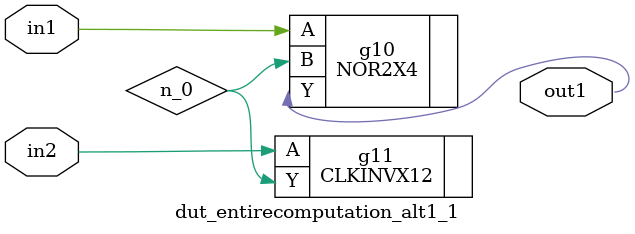
<source format=v>
`timescale 1ps / 1ps


module dut_entirecomputation_alt1_1(in1, in2, out1);
  input in1, in2;
  output out1;
  wire in1, in2;
  wire out1;
  wire n_0;
  NOR2X4 g10(.A (in1), .B (n_0), .Y (out1));
  CLKINVX12 g11(.A (in2), .Y (n_0));
endmodule



</source>
